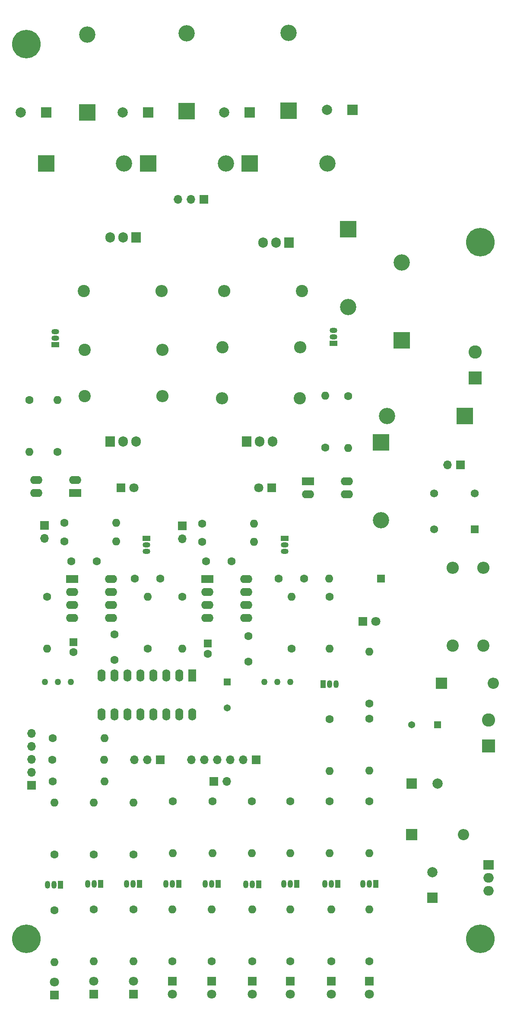
<source format=gbr>
%TF.GenerationSoftware,KiCad,Pcbnew,8.0.6-8.0.6-0~ubuntu22.04.1*%
%TF.CreationDate,2024-10-27T16:50:20+01:00*%
%TF.ProjectId,H_Bridge_BLDC,485f4272-6964-4676-955f-424c44432e6b,rev?*%
%TF.SameCoordinates,Original*%
%TF.FileFunction,Soldermask,Bot*%
%TF.FilePolarity,Negative*%
%FSLAX46Y46*%
G04 Gerber Fmt 4.6, Leading zero omitted, Abs format (unit mm)*
G04 Created by KiCad (PCBNEW 8.0.6-8.0.6-0~ubuntu22.04.1) date 2024-10-27 16:50:20*
%MOMM*%
%LPD*%
G01*
G04 APERTURE LIST*
G04 Aperture macros list*
%AMRoundRect*
0 Rectangle with rounded corners*
0 $1 Rounding radius*
0 $2 $3 $4 $5 $6 $7 $8 $9 X,Y pos of 4 corners*
0 Add a 4 corners polygon primitive as box body*
4,1,4,$2,$3,$4,$5,$6,$7,$8,$9,$2,$3,0*
0 Add four circle primitives for the rounded corners*
1,1,$1+$1,$2,$3*
1,1,$1+$1,$4,$5*
1,1,$1+$1,$6,$7*
1,1,$1+$1,$8,$9*
0 Add four rect primitives between the rounded corners*
20,1,$1+$1,$2,$3,$4,$5,0*
20,1,$1+$1,$4,$5,$6,$7,0*
20,1,$1+$1,$6,$7,$8,$9,0*
20,1,$1+$1,$8,$9,$2,$3,0*%
G04 Aperture macros list end*
%ADD10C,5.600000*%
%ADD11C,1.600000*%
%ADD12C,1.270000*%
%ADD13O,1.600000X2.400000*%
%ADD14R,1.600000X2.400000*%
%ADD15O,1.700000X1.700000*%
%ADD16R,1.700000X1.700000*%
%ADD17O,1.600000X1.600000*%
%ADD18O,1.050000X1.500000*%
%ADD19R,1.050000X1.500000*%
%ADD20R,1.905000X2.000000*%
%ADD21O,1.905000X2.000000*%
%ADD22R,1.800000X1.800000*%
%ADD23C,1.800000*%
%ADD24O,3.200000X3.200000*%
%ADD25R,3.200000X3.200000*%
%ADD26R,1.600000X1.600000*%
%ADD27R,1.371600X1.371600*%
%ADD28C,1.371600*%
%ADD29O,2.400000X2.400000*%
%ADD30C,2.400000*%
%ADD31O,2.400000X1.600000*%
%ADD32R,2.400000X1.600000*%
%ADD33C,2.600000*%
%ADD34R,2.600000X2.600000*%
%ADD35O,1.500000X1.050000*%
%ADD36R,1.500000X1.050000*%
%ADD37C,2.000000*%
%ADD38R,2.000000X2.000000*%
%ADD39C,1.562000*%
%ADD40RoundRect,0.102000X0.679000X0.679000X-0.679000X0.679000X-0.679000X-0.679000X0.679000X-0.679000X0*%
%ADD41O,2.200000X2.200000*%
%ADD42R,2.200000X2.200000*%
%ADD43O,2.000000X1.905000*%
%ADD44R,2.000000X1.905000*%
G04 APERTURE END LIST*
D10*
%TO.C,H4*%
X259300000Y-224300000D03*
%TD*%
%TO.C,H3*%
X170300000Y-224300000D03*
%TD*%
%TO.C,H2*%
X259300000Y-87900000D03*
%TD*%
%TO.C,H1*%
X170300000Y-49100000D03*
%TD*%
D11*
%TO.C,C16*%
X184100000Y-150400000D03*
X179100000Y-150400000D03*
%TD*%
%TO.C,C12*%
X210500000Y-150400000D03*
X205500000Y-150400000D03*
%TD*%
D12*
%TO.C,R21*%
X173960000Y-174000000D03*
X176500000Y-174000000D03*
X179040000Y-174000000D03*
%TD*%
%TO.C,R27*%
X216960000Y-174000000D03*
X219500000Y-174000000D03*
X222040000Y-174000000D03*
%TD*%
D13*
%TO.C,U3*%
X202790000Y-180370000D03*
X200250000Y-180370000D03*
X197710000Y-180370000D03*
X195170000Y-180370000D03*
X192630000Y-180370000D03*
X190090000Y-180370000D03*
X187550000Y-180370000D03*
X185010000Y-180370000D03*
X185010000Y-172750000D03*
X187550000Y-172750000D03*
X190090000Y-172750000D03*
X192630000Y-172750000D03*
X195170000Y-172750000D03*
X197710000Y-172750000D03*
X200250000Y-172750000D03*
D14*
X202790000Y-172750000D03*
%TD*%
D15*
%TO.C,J6*%
X191455000Y-189250000D03*
X193995000Y-189250000D03*
D16*
X196535000Y-189250000D03*
%TD*%
D11*
%TO.C,R47*%
X175750000Y-218670000D03*
D17*
X175750000Y-228830000D03*
%TD*%
%TO.C,R46*%
X175750000Y-197590000D03*
D11*
X175750000Y-207750000D03*
%TD*%
D17*
%TO.C,R45*%
X185580000Y-185000000D03*
D11*
X175420000Y-185000000D03*
%TD*%
D17*
%TO.C,R44*%
X183505000Y-228660000D03*
D11*
X183505000Y-218500000D03*
%TD*%
D17*
%TO.C,R43*%
X183500000Y-197590000D03*
D11*
X183500000Y-207750000D03*
%TD*%
D17*
%TO.C,R42*%
X185500000Y-189250000D03*
D11*
X175340000Y-189250000D03*
%TD*%
%TO.C,R22*%
X191270000Y-218500000D03*
D17*
X191270000Y-228660000D03*
%TD*%
%TO.C,R16*%
X191270000Y-197590000D03*
D11*
X191270000Y-207750000D03*
%TD*%
D17*
%TO.C,R15*%
X185580000Y-193500000D03*
D11*
X175420000Y-193500000D03*
%TD*%
D18*
%TO.C,Q18*%
X174460000Y-213700000D03*
X175730000Y-213700000D03*
D19*
X177000000Y-213700000D03*
%TD*%
%TO.C,Q8*%
X184800000Y-213580000D03*
D18*
X183530000Y-213580000D03*
X182260000Y-213580000D03*
%TD*%
%TO.C,Q7*%
X189960000Y-213500000D03*
X191230000Y-213500000D03*
D19*
X192500000Y-213500000D03*
%TD*%
D20*
%TO.C,Q5*%
X213460000Y-126945000D03*
D21*
X216000000Y-126945000D03*
X218540000Y-126945000D03*
%TD*%
%TO.C,Q4*%
X216671250Y-88000000D03*
X219211250Y-88000000D03*
D20*
X221751250Y-88000000D03*
%TD*%
D21*
%TO.C,Q3*%
X186710000Y-87000000D03*
X189250000Y-87000000D03*
D20*
X191790000Y-87000000D03*
%TD*%
D21*
%TO.C,Q2*%
X191790000Y-126945000D03*
X189250000Y-126945000D03*
D20*
X186710000Y-126945000D03*
%TD*%
D15*
%TO.C,J5*%
X171330000Y-184090000D03*
X171330000Y-186630000D03*
X171330000Y-189170000D03*
X171330000Y-191710000D03*
D16*
X171330000Y-194250000D03*
%TD*%
D22*
%TO.C,D25*%
X175750000Y-235300000D03*
D23*
X175750000Y-232760000D03*
%TD*%
%TO.C,D24*%
X183505000Y-232590000D03*
D22*
X183505000Y-235130000D03*
%TD*%
%TO.C,D1*%
X191270000Y-235130000D03*
D23*
X191270000Y-232590000D03*
%TD*%
D24*
%TO.C,D20*%
X243838750Y-91880000D03*
D25*
X243838750Y-107120000D03*
%TD*%
D11*
%TO.C,C11*%
X179543750Y-168180000D03*
D26*
X179543750Y-166180000D03*
%TD*%
D24*
%TO.C,D2*%
X221681250Y-46880000D03*
D25*
X221681250Y-62120000D03*
%TD*%
D24*
%TO.C,D3*%
X201681250Y-47000000D03*
D25*
X201681250Y-62240000D03*
%TD*%
D27*
%TO.C,C2*%
X209655000Y-174000000D03*
D28*
X209655000Y-179080000D03*
%TD*%
D17*
%TO.C,D19*%
X229670000Y-153750000D03*
D26*
X239830000Y-153750000D03*
%TD*%
D29*
%TO.C,R41*%
X259888750Y-151650000D03*
D30*
X259888750Y-166890000D03*
%TD*%
D17*
%TO.C,R18*%
X194043750Y-157340000D03*
D11*
X194043750Y-167500000D03*
%TD*%
D22*
%TO.C,D17*%
X198937500Y-232580000D03*
D23*
X198937500Y-235120000D03*
%TD*%
D31*
%TO.C,U7*%
X213338750Y-153880000D03*
X213338750Y-156420000D03*
X213338750Y-158960000D03*
X213338750Y-161500000D03*
X205718750Y-161500000D03*
X205718750Y-158960000D03*
X205718750Y-156420000D03*
D32*
X205718750Y-153880000D03*
%TD*%
D29*
%TO.C,R8*%
X223958750Y-108500000D03*
D30*
X208718750Y-108500000D03*
%TD*%
D33*
%TO.C,J1*%
X258263750Y-109420000D03*
D34*
X258263750Y-114500000D03*
%TD*%
D17*
%TO.C,R10*%
X233338750Y-128160000D03*
D11*
X233338750Y-118000000D03*
%TD*%
D35*
%TO.C,Q11*%
X220900000Y-148440000D03*
X220900000Y-147170000D03*
D36*
X220900000Y-145900000D03*
%TD*%
D17*
%TO.C,R11*%
X237500000Y-191330000D03*
D11*
X237500000Y-181170000D03*
%TD*%
D29*
%TO.C,R7*%
X208598750Y-118500000D03*
D30*
X223838750Y-118500000D03*
%TD*%
D23*
%TO.C,D11*%
X215798750Y-136000000D03*
D22*
X218338750Y-136000000D03*
%TD*%
D33*
%TO.C,J4*%
X260838750Y-181420000D03*
D34*
X260838750Y-186500000D03*
%TD*%
D17*
%TO.C,R34*%
X214500000Y-207500000D03*
D11*
X214500000Y-197340000D03*
%TD*%
D29*
%TO.C,R40*%
X253838750Y-151650000D03*
D30*
X253838750Y-166890000D03*
%TD*%
D18*
%TO.C,Q16*%
X205360000Y-213500000D03*
X206630000Y-213500000D03*
D19*
X207900000Y-213500000D03*
%TD*%
D37*
%TO.C,C1*%
X249838750Y-211230177D03*
D38*
X249838750Y-216230177D03*
%TD*%
D18*
%TO.C,Q14*%
X220760000Y-213500000D03*
X222030000Y-213500000D03*
D19*
X223300000Y-213500000D03*
%TD*%
D39*
%TO.C,FL1*%
X250200000Y-144100000D03*
X250200000Y-137100000D03*
X258200000Y-137100000D03*
D40*
X258200000Y-144100000D03*
%TD*%
D17*
%TO.C,R29*%
X237520000Y-218500000D03*
D11*
X237520000Y-228660000D03*
%TD*%
D15*
%TO.C,JP5*%
X200838750Y-146000000D03*
D16*
X200838750Y-143460000D03*
%TD*%
D18*
%TO.C,Q13*%
X228760000Y-213580000D03*
X230030000Y-213580000D03*
D19*
X231300000Y-213580000D03*
%TD*%
D11*
%TO.C,C14*%
X224750000Y-153750000D03*
X219750000Y-153750000D03*
%TD*%
D17*
%TO.C,R30*%
X229750000Y-207500000D03*
D11*
X229750000Y-197340000D03*
%TD*%
D15*
%TO.C,JP1*%
X200021250Y-79506162D03*
X202561250Y-79506162D03*
D16*
X205101250Y-79506162D03*
%TD*%
D11*
%TO.C,R33*%
X222000000Y-228660000D03*
D17*
X222000000Y-218500000D03*
%TD*%
%TO.C,R12*%
X237500000Y-168090000D03*
D11*
X237500000Y-178250000D03*
%TD*%
%TO.C,C15*%
X205838750Y-168500000D03*
D26*
X205838750Y-166500000D03*
%TD*%
D24*
%TO.C,D7*%
X189421250Y-72500000D03*
D25*
X174181250Y-72500000D03*
%TD*%
D24*
%TO.C,D22*%
X239750000Y-142370000D03*
D25*
X239750000Y-127130000D03*
%TD*%
D16*
%TO.C,J2*%
X215330000Y-189250000D03*
D15*
X212790000Y-189250000D03*
X210250000Y-189250000D03*
X207710000Y-189250000D03*
X205170000Y-189250000D03*
X202630000Y-189250000D03*
%TD*%
D24*
%TO.C,D6*%
X209421250Y-72500000D03*
D25*
X194181250Y-72500000D03*
%TD*%
D37*
%TO.C,C6*%
X169181250Y-62500000D03*
D38*
X174181250Y-62500000D03*
%TD*%
D29*
%TO.C,R4*%
X196921250Y-118000000D03*
D30*
X181681250Y-118000000D03*
%TD*%
D17*
%TO.C,R2*%
X170838750Y-129000000D03*
D11*
X170838750Y-118840000D03*
%TD*%
%TO.C,C9*%
X187543750Y-164680000D03*
X187543750Y-169680000D03*
%TD*%
D35*
%TO.C,Q1*%
X175941250Y-105460000D03*
X175941250Y-106730000D03*
D36*
X175941250Y-108000000D03*
%TD*%
D18*
%TO.C,Q15*%
X213260000Y-213600000D03*
X214530000Y-213600000D03*
D19*
X215800000Y-213600000D03*
%TD*%
D24*
%TO.C,D23*%
X240958750Y-121955000D03*
D25*
X256198750Y-121955000D03*
%TD*%
D11*
%TO.C,R35*%
X214525000Y-228660000D03*
D17*
X214525000Y-218500000D03*
%TD*%
D37*
%TO.C,C7*%
X250838750Y-193920000D03*
D38*
X245838750Y-193920000D03*
%TD*%
D35*
%TO.C,Q9*%
X193800000Y-148440000D03*
X193800000Y-147170000D03*
D36*
X193800000Y-145900000D03*
%TD*%
D15*
%TO.C,JP4*%
X173838750Y-145880000D03*
D16*
X173838750Y-143340000D03*
%TD*%
D22*
%TO.C,D15*%
X214525000Y-232580000D03*
D23*
X214525000Y-235120000D03*
%TD*%
D41*
%TO.C,D18*%
X261838750Y-174270000D03*
D42*
X251678750Y-174270000D03*
%TD*%
D31*
%TO.C,U1*%
X172218750Y-137000000D03*
X172218750Y-134460000D03*
X179838750Y-134460000D03*
D32*
X179838750Y-137000000D03*
%TD*%
D22*
%TO.C,D14*%
X222000000Y-232580000D03*
D23*
X222000000Y-235120000D03*
%TD*%
D17*
%TO.C,R19*%
X174338750Y-167500000D03*
D11*
X174338750Y-157340000D03*
%TD*%
D22*
%TO.C,D13*%
X230020000Y-232580000D03*
D23*
X230020000Y-235120000D03*
%TD*%
D31*
%TO.C,U4*%
X233133750Y-134725000D03*
X233133750Y-137265000D03*
X225513750Y-137265000D03*
D32*
X225513750Y-134725000D03*
%TD*%
D17*
%TO.C,R1*%
X176338750Y-118840000D03*
D11*
X176338750Y-129000000D03*
%TD*%
D29*
%TO.C,R5*%
X196801250Y-97500000D03*
D30*
X181561250Y-97500000D03*
%TD*%
D11*
%TO.C,R37*%
X206625000Y-228660000D03*
D17*
X206625000Y-218500000D03*
%TD*%
D19*
%TO.C,Q17*%
X200200000Y-213500000D03*
D18*
X198930000Y-213500000D03*
X197660000Y-213500000D03*
%TD*%
D17*
%TO.C,R13*%
X229750000Y-191410000D03*
D11*
X229750000Y-181250000D03*
%TD*%
D22*
%TO.C,D12*%
X237520000Y-232580000D03*
D23*
X237520000Y-235120000D03*
%TD*%
D27*
%TO.C,C8*%
X250878750Y-182420000D03*
D28*
X245798750Y-182420000D03*
%TD*%
D29*
%TO.C,R3*%
X196921250Y-109000000D03*
D30*
X181681250Y-109000000D03*
%TD*%
D18*
%TO.C,Q12*%
X236260000Y-213500000D03*
X237530000Y-213500000D03*
D19*
X238800000Y-213500000D03*
%TD*%
D11*
%TO.C,C10*%
X196500000Y-153750000D03*
X191500000Y-153750000D03*
%TD*%
D18*
%TO.C,Q10*%
X231000000Y-174420000D03*
X229730000Y-174420000D03*
D19*
X228460000Y-174420000D03*
%TD*%
D17*
%TO.C,R36*%
X206750000Y-207500000D03*
D11*
X206750000Y-197340000D03*
%TD*%
D17*
%TO.C,R39*%
X198937500Y-218500000D03*
D11*
X198937500Y-228660000D03*
%TD*%
D23*
%TO.C,D9*%
X191378750Y-136000000D03*
D22*
X188838750Y-136000000D03*
%TD*%
D17*
%TO.C,R24*%
X222250000Y-157340000D03*
D11*
X222250000Y-167500000D03*
%TD*%
D17*
%TO.C,R38*%
X199000000Y-207500000D03*
D11*
X199000000Y-197340000D03*
%TD*%
D37*
%TO.C,C4*%
X209048927Y-62500000D03*
D38*
X214048927Y-62500000D03*
%TD*%
D17*
%TO.C,R17*%
X187880000Y-146500000D03*
D11*
X177720000Y-146500000D03*
%TD*%
D17*
%TO.C,R20*%
X187918750Y-142880000D03*
D11*
X177758750Y-142880000D03*
%TD*%
D17*
%TO.C,R28*%
X237500000Y-207500000D03*
D11*
X237500000Y-197340000D03*
%TD*%
D17*
%TO.C,R23*%
X214918750Y-146600000D03*
D11*
X204758750Y-146600000D03*
%TD*%
D36*
%TO.C,Q6*%
X230478750Y-107700000D03*
D35*
X230478750Y-106430000D03*
X230478750Y-105160000D03*
%TD*%
D17*
%TO.C,R14*%
X229750000Y-167500000D03*
D11*
X229750000Y-157340000D03*
%TD*%
D22*
%TO.C,D16*%
X206625000Y-232580000D03*
D23*
X206625000Y-235120000D03*
%TD*%
D24*
%TO.C,D5*%
X229301250Y-72500000D03*
D25*
X214061250Y-72500000D03*
%TD*%
D41*
%TO.C,D8*%
X255998750Y-203862500D03*
D42*
X245838750Y-203862500D03*
%TD*%
D31*
%TO.C,U6*%
X186838750Y-153880000D03*
X186838750Y-156420000D03*
X186838750Y-158960000D03*
X186838750Y-161500000D03*
X179218750Y-161500000D03*
X179218750Y-158960000D03*
X179218750Y-156420000D03*
D32*
X179218750Y-153880000D03*
%TD*%
D24*
%TO.C,D4*%
X182181250Y-47260000D03*
D25*
X182181250Y-62500000D03*
%TD*%
D17*
%TO.C,R26*%
X214918750Y-143000000D03*
D11*
X204758750Y-143000000D03*
%TD*%
D24*
%TO.C,D21*%
X233338750Y-100620000D03*
D25*
X233338750Y-85380000D03*
%TD*%
D37*
%TO.C,C5*%
X189181250Y-62500000D03*
D38*
X194181250Y-62500000D03*
%TD*%
D29*
%TO.C,R6*%
X209061250Y-97500000D03*
D30*
X224301250Y-97500000D03*
%TD*%
D23*
%TO.C,D10*%
X238765000Y-162170000D03*
D22*
X236225000Y-162170000D03*
%TD*%
D16*
%TO.C,J3*%
X207010000Y-193500000D03*
D15*
X209550000Y-193500000D03*
%TD*%
D17*
%TO.C,R32*%
X222000000Y-207500000D03*
D11*
X222000000Y-197340000D03*
%TD*%
D15*
%TO.C,JP2*%
X252798750Y-131500000D03*
D16*
X255338750Y-131500000D03*
%TD*%
D37*
%TO.C,C3*%
X229181250Y-62000000D03*
D38*
X234181250Y-62000000D03*
%TD*%
D17*
%TO.C,R25*%
X200838750Y-167500000D03*
D11*
X200838750Y-157340000D03*
%TD*%
%TO.C,C13*%
X213838750Y-165000000D03*
X213838750Y-170000000D03*
%TD*%
%TO.C,R31*%
X230020000Y-228660000D03*
D17*
X230020000Y-218500000D03*
%TD*%
%TO.C,R9*%
X228838750Y-117920000D03*
D11*
X228838750Y-128080000D03*
%TD*%
D43*
%TO.C,U2*%
X260893750Y-214902500D03*
X260893750Y-212362500D03*
D44*
X260893750Y-209822500D03*
%TD*%
M02*

</source>
